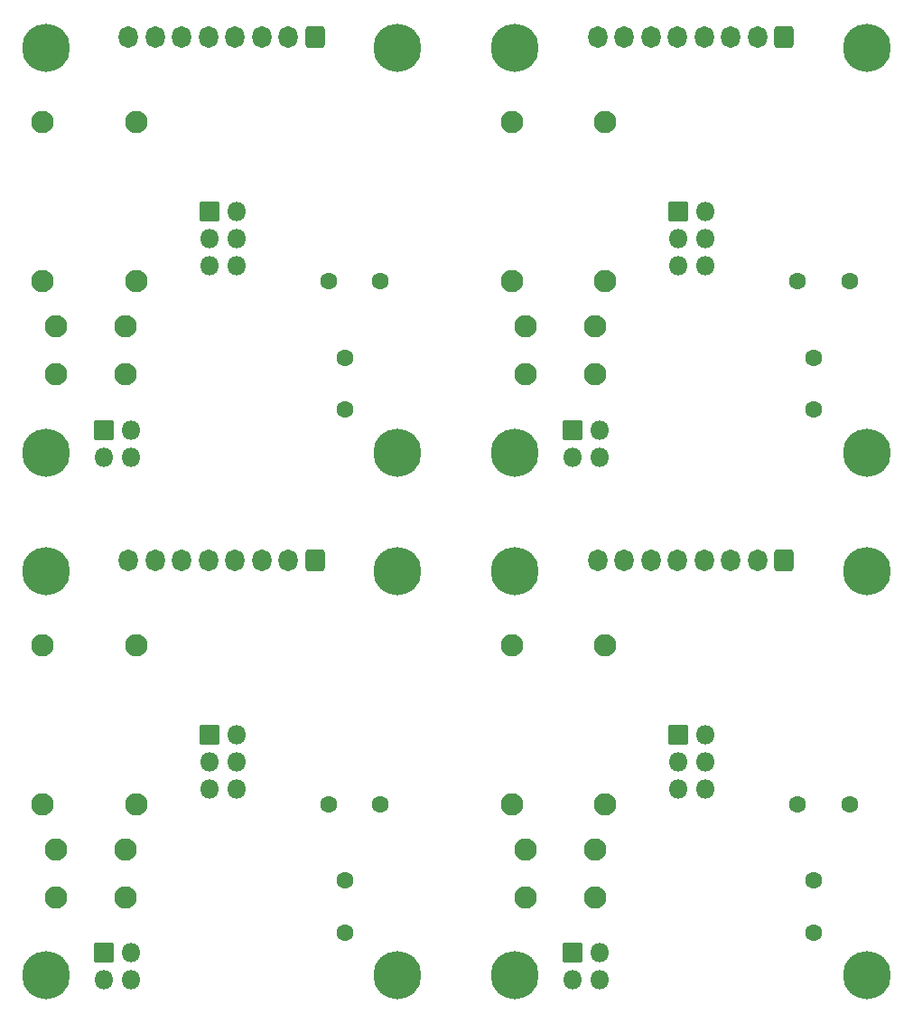
<source format=gbs>
%MOIN*%
%OFA0B0*%
%FSLAX46Y46*%
%IPPOS*%
%LPD*%
%AMRoundRect*
4,1,4,
0.07874015748031496,0.11811023622047245,
0.15748031496062992,0.19685039370078741,
0.23622047244094491,0.27559055118110237,
0.31496062992125984,0.35433070866141736,
0.07874015748031496,0.11811023622047245,
0*
1,1,$1,$2,$3*
1,1,$1,$2,$3*
1,1,$1,$2,$3*
1,1,$1,$2,$3*
20,1,$1,$2,$3,$4,$5,0*
20,1,$1,$2,$3,$4,$5,0*
20,1,$1,$2,$3,$4,$5,0*
20,1,$1,$2,$3,$4,$5,0*%
%AMCOMP2*
4,1,3,
0.023622047244094488,0.028543307086614175,
-0.023622047244094488,0.028543307086614175,
-0.023622047244094488,-0.028543307086614175,
0.023622047244094488,-0.028543307086614175,
0*
4,1,19,
0.023622047244094488,0.040393700787401579,
0.027284020287671622,0.039813701236411071,
0.030587533895276943,0.038130476980585006,
0.033209217138065322,0.035508793737796626,
0.034892441393891388,0.032205280130191312,
0.035472440944881896,0.028543307086614175,
0.034892441393891388,0.024881334043037044,
0.033209217138065322,0.021577820435431719,
0.03058753389527695,0.01895613719264334,
0.027284020287671622,0.017272912936817274,
0.023622047244094488,0.016692913385826774,
0.019960074200517354,0.017272912936817274,
0.016656560592912033,0.01895613719264334,
0.014034877350123653,0.021577820435431713,
0.012351653094297589,0.024881334043037041,
0.011771653543307087,0.028543307086614175,
0.012351653094297588,0.032205280130191305,
0.014034877350123653,0.035508793737796626,
0.016656560592912029,0.038130476980585006,
0.019960074200517354,0.039813701236411071,
0*
4,1,19,
-0.023622047244094488,0.040393700787401579,
-0.019960074200517354,0.039813701236411071,
-0.016656560592912029,0.038130476980585006,
-0.014034877350123653,0.035508793737796626,
-0.012351653094297589,0.032205280130191312,
-0.011771653543307087,0.028543307086614175,
-0.012351653094297588,0.024881334043037044,
-0.014034877350123653,0.021577820435431719,
-0.016656560592912029,0.01895613719264334,
-0.019960074200517354,0.017272912936817274,
-0.023622047244094488,0.016692913385826774,
-0.027284020287671622,0.017272912936817274,
-0.030587533895276943,0.01895613719264334,
-0.033209217138065322,0.021577820435431713,
-0.034892441393891388,0.024881334043037041,
-0.035472440944881896,0.028543307086614175,
-0.034892441393891388,0.032205280130191305,
-0.033209217138065322,0.035508793737796626,
-0.03058753389527695,0.038130476980585006,
-0.027284020287671622,0.039813701236411071,
0*
4,1,19,
-0.023622047244094488,-0.016692913385826774,
-0.019960074200517354,-0.017272912936817274,
-0.016656560592912029,-0.01895613719264334,
-0.014034877350123653,-0.021577820435431719,
-0.012351653094297589,-0.024881334043037041,
-0.011771653543307087,-0.028543307086614175,
-0.012351653094297588,-0.032205280130191305,
-0.014034877350123653,-0.035508793737796626,
-0.016656560592912029,-0.038130476980585006,
-0.019960074200517354,-0.039813701236411071,
-0.023622047244094488,-0.040393700787401579,
-0.027284020287671622,-0.039813701236411071,
-0.030587533895276943,-0.038130476980585006,
-0.033209217138065322,-0.035508793737796633,
-0.034892441393891388,-0.032205280130191312,
-0.035472440944881896,-0.028543307086614175,
-0.034892441393891388,-0.024881334043037044,
-0.033209217138065322,-0.021577820435431719,
-0.03058753389527695,-0.01895613719264334,
-0.027284020287671622,-0.017272912936817274,
0*
4,1,19,
0.023622047244094488,-0.016692913385826774,
0.027284020287671622,-0.017272912936817274,
0.030587533895276943,-0.01895613719264334,
0.033209217138065322,-0.021577820435431719,
0.034892441393891388,-0.024881334043037041,
0.035472440944881896,-0.028543307086614175,
0.034892441393891388,-0.032205280130191305,
0.033209217138065322,-0.035508793737796626,
0.03058753389527695,-0.038130476980585006,
0.027284020287671622,-0.039813701236411071,
0.023622047244094488,-0.040393700787401579,
0.019960074200517354,-0.039813701236411071,
0.016656560592912033,-0.038130476980585006,
0.014034877350123653,-0.035508793737796633,
0.012351653094297589,-0.032205280130191312,
0.011771653543307087,-0.028543307086614175,
0.012351653094297588,-0.024881334043037044,
0.014034877350123653,-0.021577820435431719,
0.016656560592912029,-0.01895613719264334,
0.019960074200517354,-0.017272912936817274,
0*
4,1,3,
0.023622047244094488,0.040393700787401579,
0.023622047244094488,0.016692913385826774,
-0.023622047244094488,0.016692913385826774,
-0.023622047244094488,0.040393700787401579,
0*
4,1,3,
-0.035472440944881896,0.028543307086614175,
-0.011771653543307087,0.028543307086614175,
-0.011771653543307087,-0.028543307086614175,
-0.035472440944881896,-0.028543307086614175,
0*
4,1,3,
-0.023622047244094488,-0.040393700787401579,
-0.023622047244094488,-0.016692913385826774,
0.023622047244094488,-0.016692913385826774,
0.023622047244094488,-0.040393700787401579,
0*
4,1,3,
0.035472440944881896,-0.028543307086614175,
0.011771653543307087,-0.028543307086614175,
0.011771653543307087,0.028543307086614175,
0.035472440944881896,0.028543307086614175,
0*%
%AMCOMP3*
4,1,3,
-0.033464566929133861,-0.033464566929133861,
0.033464566929133861,-0.033464566929133861,
0.033464566929133861,0.033464566929133861,
-0.033464566929133861,0.033464566929133861,
0*
4,1,19,
-0.033464566929133861,-0.031456692913385827,
-0.032844099735703847,-0.031554965262556973,
-0.0322843681942159,-0.031840162727829829,
-0.031840162727829829,-0.0322843681942159,
-0.031554965262556973,-0.032844099735703847,
-0.031456692913385827,-0.033464566929133861,
-0.031554965262556973,-0.034085034122563876,
-0.031840162727829829,-0.034644765664051815,
-0.0322843681942159,-0.035088971130437886,
-0.032844099735703847,-0.035374168595710742,
-0.033464566929133861,-0.035472440944881896,
-0.034085034122563876,-0.035374168595710742,
-0.034644765664051815,-0.035088971130437886,
-0.035088971130437886,-0.034644765664051815,
-0.035374168595710742,-0.034085034122563876,
-0.035472440944881896,-0.033464566929133861,
-0.035374168595710742,-0.032844099735703847,
-0.035088971130437886,-0.0322843681942159,
-0.034644765664051815,-0.031840162727829829,
-0.034085034122563876,-0.031554965262556973,
0*
4,1,19,
0.033464566929133861,-0.031456692913385827,
0.034085034122563876,-0.031554965262556973,
0.034644765664051815,-0.031840162727829829,
0.035088971130437886,-0.0322843681942159,
0.035374168595710742,-0.032844099735703847,
0.035472440944881896,-0.033464566929133861,
0.035374168595710742,-0.034085034122563876,
0.035088971130437886,-0.034644765664051815,
0.034644765664051815,-0.035088971130437886,
0.034085034122563876,-0.035374168595710742,
0.033464566929133861,-0.035472440944881896,
0.032844099735703847,-0.035374168595710742,
0.0322843681942159,-0.035088971130437886,
0.031840162727829829,-0.034644765664051815,
0.031554965262556973,-0.034085034122563876,
0.031456692913385827,-0.033464566929133861,
0.031554965262556973,-0.032844099735703847,
0.031840162727829829,-0.0322843681942159,
0.0322843681942159,-0.031840162727829829,
0.032844099735703847,-0.031554965262556973,
0*
4,1,19,
0.033464566929133861,0.035472440944881896,
0.034085034122563876,0.035374168595710742,
0.034644765664051815,0.035088971130437886,
0.035088971130437886,0.034644765664051815,
0.035374168595710742,0.034085034122563876,
0.035472440944881896,0.033464566929133861,
0.035374168595710742,0.032844099735703847,
0.035088971130437886,0.0322843681942159,
0.034644765664051815,0.031840162727829829,
0.034085034122563876,0.031554965262556973,
0.033464566929133861,0.031456692913385827,
0.032844099735703847,0.031554965262556973,
0.0322843681942159,0.031840162727829829,
0.031840162727829829,0.0322843681942159,
0.031554965262556973,0.032844099735703847,
0.031456692913385827,0.033464566929133861,
0.031554965262556973,0.034085034122563876,
0.031840162727829829,0.034644765664051815,
0.0322843681942159,0.035088971130437886,
0.032844099735703847,0.035374168595710742,
0*
4,1,19,
-0.033464566929133861,0.035472440944881896,
-0.032844099735703847,0.035374168595710742,
-0.0322843681942159,0.035088971130437886,
-0.031840162727829829,0.034644765664051815,
-0.031554965262556973,0.034085034122563876,
-0.031456692913385827,0.033464566929133861,
-0.031554965262556973,0.032844099735703847,
-0.031840162727829829,0.0322843681942159,
-0.0322843681942159,0.031840162727829829,
-0.032844099735703847,0.031554965262556973,
-0.033464566929133861,0.031456692913385827,
-0.034085034122563876,0.031554965262556973,
-0.034644765664051815,0.031840162727829829,
-0.035088971130437886,0.0322843681942159,
-0.035374168595710742,0.032844099735703847,
-0.035472440944881896,0.033464566929133861,
-0.035374168595710742,0.034085034122563876,
-0.035088971130437886,0.034644765664051815,
-0.034644765664051815,0.035088971130437886,
-0.034085034122563876,0.035374168595710742,
0*
4,1,3,
-0.033464566929133861,-0.035472440944881896,
-0.033464566929133861,-0.031456692913385827,
0.033464566929133861,-0.031456692913385827,
0.033464566929133861,-0.035472440944881896,
0*
4,1,3,
0.035472440944881896,-0.033464566929133861,
0.031456692913385827,-0.033464566929133861,
0.031456692913385827,0.033464566929133861,
0.035472440944881896,0.033464566929133861,
0*
4,1,3,
0.033464566929133861,0.035472440944881896,
0.033464566929133861,0.031456692913385827,
-0.033464566929133861,0.031456692913385827,
-0.033464566929133861,0.035472440944881896,
0*
4,1,3,
-0.035472440944881896,0.033464566929133861,
-0.031456692913385827,0.033464566929133861,
-0.031456692913385827,-0.033464566929133861,
-0.035472440944881896,-0.033464566929133861,
0*%
%AMRoundRect0*
4,1,4,
0.07874015748031496,0.11811023622047245,
0.15748031496062992,0.19685039370078741,
0.23622047244094491,0.27559055118110237,
0.31496062992125984,0.35433070866141736,
0.07874015748031496,0.11811023622047245,
0*
1,1,$1,$2,$3*
1,1,$1,$2,$3*
1,1,$1,$2,$3*
1,1,$1,$2,$3*
20,1,$1,$2,$3,$4,$5,0*
20,1,$1,$2,$3,$4,$5,0*
20,1,$1,$2,$3,$4,$5,0*
20,1,$1,$2,$3,$4,$5,0*%
%AMCOMP490*
4,1,3,
0.023622047244094488,0.028543307086614175,
-0.023622047244094488,0.028543307086614175,
-0.023622047244094488,-0.028543307086614175,
0.023622047244094488,-0.028543307086614175,
0*
4,1,19,
0.023622047244094488,0.040393700787401579,
0.027284020287671622,0.039813701236411071,
0.030587533895276943,0.038130476980585006,
0.033209217138065322,0.035508793737796626,
0.034892441393891388,0.032205280130191312,
0.035472440944881896,0.028543307086614175,
0.034892441393891388,0.024881334043037044,
0.033209217138065322,0.021577820435431719,
0.03058753389527695,0.01895613719264334,
0.027284020287671622,0.017272912936817274,
0.023622047244094488,0.016692913385826774,
0.019960074200517354,0.017272912936817274,
0.016656560592912033,0.01895613719264334,
0.014034877350123653,0.021577820435431713,
0.012351653094297589,0.024881334043037041,
0.011771653543307087,0.028543307086614175,
0.012351653094297588,0.032205280130191305,
0.014034877350123653,0.035508793737796626,
0.016656560592912029,0.038130476980585006,
0.019960074200517354,0.039813701236411071,
0*
4,1,19,
-0.023622047244094488,0.040393700787401579,
-0.019960074200517354,0.039813701236411071,
-0.016656560592912029,0.038130476980585006,
-0.014034877350123653,0.035508793737796626,
-0.012351653094297589,0.032205280130191312,
-0.011771653543307087,0.028543307086614175,
-0.012351653094297588,0.024881334043037044,
-0.014034877350123653,0.021577820435431719,
-0.016656560592912029,0.01895613719264334,
-0.019960074200517354,0.017272912936817274,
-0.023622047244094488,0.016692913385826774,
-0.027284020287671622,0.017272912936817274,
-0.030587533895276943,0.01895613719264334,
-0.033209217138065322,0.021577820435431713,
-0.034892441393891388,0.024881334043037041,
-0.035472440944881896,0.028543307086614175,
-0.034892441393891388,0.032205280130191305,
-0.033209217138065322,0.035508793737796626,
-0.03058753389527695,0.038130476980585006,
-0.027284020287671622,0.039813701236411071,
0*
4,1,19,
-0.023622047244094488,-0.016692913385826774,
-0.019960074200517354,-0.017272912936817274,
-0.016656560592912029,-0.01895613719264334,
-0.014034877350123653,-0.021577820435431719,
-0.012351653094297589,-0.024881334043037041,
-0.011771653543307087,-0.028543307086614175,
-0.012351653094297588,-0.032205280130191305,
-0.014034877350123653,-0.035508793737796626,
-0.016656560592912029,-0.038130476980585006,
-0.019960074200517354,-0.039813701236411071,
-0.023622047244094488,-0.040393700787401579,
-0.027284020287671622,-0.039813701236411071,
-0.030587533895276943,-0.038130476980585006,
-0.033209217138065322,-0.035508793737796633,
-0.034892441393891388,-0.032205280130191312,
-0.035472440944881896,-0.028543307086614175,
-0.034892441393891388,-0.024881334043037044,
-0.033209217138065322,-0.021577820435431719,
-0.03058753389527695,-0.01895613719264334,
-0.027284020287671622,-0.017272912936817274,
0*
4,1,19,
0.023622047244094488,-0.016692913385826774,
0.027284020287671622,-0.017272912936817274,
0.030587533895276943,-0.01895613719264334,
0.033209217138065322,-0.021577820435431719,
0.034892441393891388,-0.024881334043037041,
0.035472440944881896,-0.028543307086614175,
0.034892441393891388,-0.032205280130191305,
0.033209217138065322,-0.035508793737796626,
0.03058753389527695,-0.038130476980585006,
0.027284020287671622,-0.039813701236411071,
0.023622047244094488,-0.040393700787401579,
0.019960074200517354,-0.039813701236411071,
0.016656560592912033,-0.038130476980585006,
0.014034877350123653,-0.035508793737796633,
0.012351653094297589,-0.032205280130191312,
0.011771653543307087,-0.028543307086614175,
0.012351653094297588,-0.024881334043037044,
0.014034877350123653,-0.021577820435431719,
0.016656560592912029,-0.01895613719264334,
0.019960074200517354,-0.017272912936817274,
0*
4,1,3,
0.023622047244094488,0.040393700787401579,
0.023622047244094488,0.016692913385826774,
-0.023622047244094488,0.016692913385826774,
-0.023622047244094488,0.040393700787401579,
0*
4,1,3,
-0.035472440944881896,0.028543307086614175,
-0.011771653543307087,0.028543307086614175,
-0.011771653543307087,-0.028543307086614175,
-0.035472440944881896,-0.028543307086614175,
0*
4,1,3,
-0.023622047244094488,-0.040393700787401579,
-0.023622047244094488,-0.016692913385826774,
0.023622047244094488,-0.016692913385826774,
0.023622047244094488,-0.040393700787401579,
0*
4,1,3,
0.035472440944881896,-0.028543307086614175,
0.011771653543307087,-0.028543307086614175,
0.011771653543307087,0.028543307086614175,
0.035472440944881896,0.028543307086614175,
0*%
%AMCOMP500*
4,1,3,
-0.033464566929133861,-0.033464566929133861,
0.033464566929133861,-0.033464566929133861,
0.033464566929133861,0.033464566929133861,
-0.033464566929133861,0.033464566929133861,
0*
4,1,19,
-0.033464566929133861,-0.031456692913385827,
-0.032844099735703847,-0.031554965262556973,
-0.0322843681942159,-0.031840162727829829,
-0.031840162727829829,-0.0322843681942159,
-0.031554965262556973,-0.032844099735703847,
-0.031456692913385827,-0.033464566929133861,
-0.031554965262556973,-0.034085034122563876,
-0.031840162727829829,-0.034644765664051815,
-0.0322843681942159,-0.035088971130437886,
-0.032844099735703847,-0.035374168595710742,
-0.033464566929133861,-0.035472440944881896,
-0.034085034122563876,-0.035374168595710742,
-0.034644765664051815,-0.035088971130437886,
-0.035088971130437886,-0.034644765664051815,
-0.035374168595710742,-0.034085034122563876,
-0.035472440944881896,-0.033464566929133861,
-0.035374168595710742,-0.032844099735703847,
-0.035088971130437886,-0.0322843681942159,
-0.034644765664051815,-0.031840162727829829,
-0.034085034122563876,-0.031554965262556973,
0*
4,1,19,
0.033464566929133861,-0.031456692913385827,
0.034085034122563876,-0.031554965262556973,
0.034644765664051815,-0.031840162727829829,
0.035088971130437886,-0.0322843681942159,
0.035374168595710742,-0.032844099735703847,
0.035472440944881896,-0.033464566929133861,
0.035374168595710742,-0.034085034122563876,
0.035088971130437886,-0.034644765664051815,
0.034644765664051815,-0.035088971130437886,
0.034085034122563876,-0.035374168595710742,
0.033464566929133861,-0.035472440944881896,
0.032844099735703847,-0.035374168595710742,
0.0322843681942159,-0.035088971130437886,
0.031840162727829829,-0.034644765664051815,
0.031554965262556973,-0.034085034122563876,
0.031456692913385827,-0.033464566929133861,
0.031554965262556973,-0.032844099735703847,
0.031840162727829829,-0.0322843681942159,
0.0322843681942159,-0.031840162727829829,
0.032844099735703847,-0.031554965262556973,
0*
4,1,19,
0.033464566929133861,0.035472440944881896,
0.034085034122563876,0.035374168595710742,
0.034644765664051815,0.035088971130437886,
0.035088971130437886,0.034644765664051815,
0.035374168595710742,0.034085034122563876,
0.035472440944881896,0.033464566929133861,
0.035374168595710742,0.032844099735703847,
0.035088971130437886,0.0322843681942159,
0.034644765664051815,0.031840162727829829,
0.034085034122563876,0.031554965262556973,
0.033464566929133861,0.031456692913385827,
0.032844099735703847,0.031554965262556973,
0.0322843681942159,0.031840162727829829,
0.031840162727829829,0.0322843681942159,
0.031554965262556973,0.032844099735703847,
0.031456692913385827,0.033464566929133861,
0.031554965262556973,0.034085034122563876,
0.031840162727829829,0.034644765664051815,
0.0322843681942159,0.035088971130437886,
0.032844099735703847,0.035374168595710742,
0*
4,1,19,
-0.033464566929133861,0.035472440944881896,
-0.032844099735703847,0.035374168595710742,
-0.0322843681942159,0.035088971130437886,
-0.031840162727829829,0.034644765664051815,
-0.031554965262556973,0.034085034122563876,
-0.031456692913385827,0.033464566929133861,
-0.031554965262556973,0.032844099735703847,
-0.031840162727829829,0.0322843681942159,
-0.0322843681942159,0.031840162727829829,
-0.032844099735703847,0.031554965262556973,
-0.033464566929133861,0.031456692913385827,
-0.034085034122563876,0.031554965262556973,
-0.034644765664051815,0.031840162727829829,
-0.035088971130437886,0.0322843681942159,
-0.035374168595710742,0.032844099735703847,
-0.035472440944881896,0.033464566929133861,
-0.035374168595710742,0.034085034122563876,
-0.035088971130437886,0.034644765664051815,
-0.034644765664051815,0.035088971130437886,
-0.034085034122563876,0.035374168595710742,
0*
4,1,3,
-0.033464566929133861,-0.035472440944881896,
-0.033464566929133861,-0.031456692913385827,
0.033464566929133861,-0.031456692913385827,
0.033464566929133861,-0.035472440944881896,
0*
4,1,3,
0.035472440944881896,-0.033464566929133861,
0.031456692913385827,-0.033464566929133861,
0.031456692913385827,0.033464566929133861,
0.035472440944881896,0.033464566929133861,
0*
4,1,3,
0.033464566929133861,0.035472440944881896,
0.033464566929133861,0.031456692913385827,
-0.033464566929133861,0.031456692913385827,
-0.033464566929133861,0.035472440944881896,
0*
4,1,3,
-0.035472440944881896,0.033464566929133861,
-0.031456692913385827,0.033464566929133861,
-0.031456692913385827,-0.033464566929133861,
-0.035472440944881896,-0.033464566929133861,
0*%
%AMRoundRect1*
4,1,4,
0.07874015748031496,0.11811023622047245,
0.15748031496062992,0.19685039370078741,
0.23622047244094491,0.27559055118110237,
0.31496062992125984,0.35433070866141736,
0.07874015748031496,0.11811023622047245,
0*
1,1,$1,$2,$3*
1,1,$1,$2,$3*
1,1,$1,$2,$3*
1,1,$1,$2,$3*
20,1,$1,$2,$3,$4,$5,0*
20,1,$1,$2,$3,$4,$5,0*
20,1,$1,$2,$3,$4,$5,0*
20,1,$1,$2,$3,$4,$5,0*%
%AMCOMP960*
4,1,3,
0.023622047244094488,0.028543307086614175,
-0.023622047244094488,0.028543307086614175,
-0.023622047244094488,-0.028543307086614175,
0.023622047244094488,-0.028543307086614175,
0*
4,1,19,
0.023622047244094488,0.040393700787401579,
0.027284020287671622,0.039813701236411071,
0.030587533895276943,0.038130476980585006,
0.033209217138065322,0.035508793737796626,
0.034892441393891388,0.032205280130191312,
0.035472440944881896,0.028543307086614175,
0.034892441393891388,0.024881334043037044,
0.033209217138065322,0.021577820435431719,
0.03058753389527695,0.01895613719264334,
0.027284020287671622,0.017272912936817274,
0.023622047244094488,0.016692913385826774,
0.019960074200517354,0.017272912936817274,
0.016656560592912033,0.01895613719264334,
0.014034877350123653,0.021577820435431713,
0.012351653094297589,0.024881334043037041,
0.011771653543307087,0.028543307086614175,
0.012351653094297588,0.032205280130191305,
0.014034877350123653,0.035508793737796626,
0.016656560592912029,0.038130476980585006,
0.019960074200517354,0.039813701236411071,
0*
4,1,19,
-0.023622047244094488,0.040393700787401579,
-0.019960074200517354,0.039813701236411071,
-0.016656560592912029,0.038130476980585006,
-0.014034877350123653,0.035508793737796626,
-0.012351653094297589,0.032205280130191312,
-0.011771653543307087,0.028543307086614175,
-0.012351653094297588,0.024881334043037044,
-0.014034877350123653,0.021577820435431719,
-0.016656560592912029,0.01895613719264334,
-0.019960074200517354,0.017272912936817274,
-0.023622047244094488,0.016692913385826774,
-0.027284020287671622,0.017272912936817274,
-0.030587533895276943,0.01895613719264334,
-0.033209217138065322,0.021577820435431713,
-0.034892441393891388,0.024881334043037041,
-0.035472440944881896,0.028543307086614175,
-0.034892441393891388,0.032205280130191305,
-0.033209217138065322,0.035508793737796626,
-0.03058753389527695,0.038130476980585006,
-0.027284020287671622,0.039813701236411071,
0*
4,1,19,
-0.023622047244094488,-0.016692913385826774,
-0.019960074200517354,-0.017272912936817274,
-0.016656560592912029,-0.01895613719264334,
-0.014034877350123653,-0.021577820435431719,
-0.012351653094297589,-0.024881334043037041,
-0.011771653543307087,-0.028543307086614175,
-0.012351653094297588,-0.032205280130191305,
-0.014034877350123653,-0.035508793737796626,
-0.016656560592912029,-0.038130476980585006,
-0.019960074200517354,-0.039813701236411071,
-0.023622047244094488,-0.040393700787401579,
-0.027284020287671622,-0.039813701236411071,
-0.030587533895276943,-0.038130476980585006,
-0.033209217138065322,-0.035508793737796633,
-0.034892441393891388,-0.032205280130191312,
-0.035472440944881896,-0.028543307086614175,
-0.034892441393891388,-0.024881334043037044,
-0.033209217138065322,-0.021577820435431719,
-0.03058753389527695,-0.01895613719264334,
-0.027284020287671622,-0.017272912936817274,
0*
4,1,19,
0.023622047244094488,-0.016692913385826774,
0.027284020287671622,-0.017272912936817274,
0.030587533895276943,-0.01895613719264334,
0.033209217138065322,-0.021577820435431719,
0.034892441393891388,-0.024881334043037041,
0.035472440944881896,-0.028543307086614175,
0.034892441393891388,-0.032205280130191305,
0.033209217138065322,-0.035508793737796626,
0.03058753389527695,-0.038130476980585006,
0.027284020287671622,-0.039813701236411071,
0.023622047244094488,-0.040393700787401579,
0.019960074200517354,-0.039813701236411071,
0.016656560592912033,-0.038130476980585006,
0.014034877350123653,-0.035508793737796633,
0.012351653094297589,-0.032205280130191312,
0.011771653543307087,-0.028543307086614175,
0.012351653094297588,-0.024881334043037044,
0.014034877350123653,-0.021577820435431719,
0.016656560592912029,-0.01895613719264334,
0.019960074200517354,-0.017272912936817274,
0*
4,1,3,
0.023622047244094488,0.040393700787401579,
0.023622047244094488,0.016692913385826774,
-0.023622047244094488,0.016692913385826774,
-0.023622047244094488,0.040393700787401579,
0*
4,1,3,
-0.035472440944881896,0.028543307086614175,
-0.011771653543307087,0.028543307086614175,
-0.011771653543307087,-0.028543307086614175,
-0.035472440944881896,-0.028543307086614175,
0*
4,1,3,
-0.023622047244094488,-0.040393700787401579,
-0.023622047244094488,-0.016692913385826774,
0.023622047244094488,-0.016692913385826774,
0.023622047244094488,-0.040393700787401579,
0*
4,1,3,
0.035472440944881896,-0.028543307086614175,
0.011771653543307087,-0.028543307086614175,
0.011771653543307087,0.028543307086614175,
0.035472440944881896,0.028543307086614175,
0*%
%AMCOMP970*
4,1,3,
-0.033464566929133861,-0.033464566929133861,
0.033464566929133861,-0.033464566929133861,
0.033464566929133861,0.033464566929133861,
-0.033464566929133861,0.033464566929133861,
0*
4,1,19,
-0.033464566929133861,-0.031456692913385827,
-0.032844099735703847,-0.031554965262556973,
-0.0322843681942159,-0.031840162727829829,
-0.031840162727829829,-0.0322843681942159,
-0.031554965262556973,-0.032844099735703847,
-0.031456692913385827,-0.033464566929133861,
-0.031554965262556973,-0.034085034122563876,
-0.031840162727829829,-0.034644765664051815,
-0.0322843681942159,-0.035088971130437886,
-0.032844099735703847,-0.035374168595710742,
-0.033464566929133861,-0.035472440944881896,
-0.034085034122563876,-0.035374168595710742,
-0.034644765664051815,-0.035088971130437886,
-0.035088971130437886,-0.034644765664051815,
-0.035374168595710742,-0.034085034122563876,
-0.035472440944881896,-0.033464566929133861,
-0.035374168595710742,-0.032844099735703847,
-0.035088971130437886,-0.0322843681942159,
-0.034644765664051815,-0.031840162727829829,
-0.034085034122563876,-0.031554965262556973,
0*
4,1,19,
0.033464566929133861,-0.031456692913385827,
0.034085034122563876,-0.031554965262556973,
0.034644765664051815,-0.031840162727829829,
0.035088971130437886,-0.0322843681942159,
0.035374168595710742,-0.032844099735703847,
0.035472440944881896,-0.033464566929133861,
0.035374168595710742,-0.034085034122563876,
0.035088971130437886,-0.034644765664051815,
0.034644765664051815,-0.035088971130437886,
0.034085034122563876,-0.035374168595710742,
0.033464566929133861,-0.035472440944881896,
0.032844099735703847,-0.035374168595710742,
0.0322843681942159,-0.035088971130437886,
0.031840162727829829,-0.034644765664051815,
0.031554965262556973,-0.034085034122563876,
0.031456692913385827,-0.033464566929133861,
0.031554965262556973,-0.032844099735703847,
0.031840162727829829,-0.0322843681942159,
0.0322843681942159,-0.031840162727829829,
0.032844099735703847,-0.031554965262556973,
0*
4,1,19,
0.033464566929133861,0.035472440944881896,
0.034085034122563876,0.035374168595710742,
0.034644765664051815,0.035088971130437886,
0.035088971130437886,0.034644765664051815,
0.035374168595710742,0.034085034122563876,
0.035472440944881896,0.033464566929133861,
0.035374168595710742,0.032844099735703847,
0.035088971130437886,0.0322843681942159,
0.034644765664051815,0.031840162727829829,
0.034085034122563876,0.031554965262556973,
0.033464566929133861,0.031456692913385827,
0.032844099735703847,0.031554965262556973,
0.0322843681942159,0.031840162727829829,
0.031840162727829829,0.0322843681942159,
0.031554965262556973,0.032844099735703847,
0.031456692913385827,0.033464566929133861,
0.031554965262556973,0.034085034122563876,
0.031840162727829829,0.034644765664051815,
0.0322843681942159,0.035088971130437886,
0.032844099735703847,0.035374168595710742,
0*
4,1,19,
-0.033464566929133861,0.035472440944881896,
-0.032844099735703847,0.035374168595710742,
-0.0322843681942159,0.035088971130437886,
-0.031840162727829829,0.034644765664051815,
-0.031554965262556973,0.034085034122563876,
-0.031456692913385827,0.033464566929133861,
-0.031554965262556973,0.032844099735703847,
-0.031840162727829829,0.0322843681942159,
-0.0322843681942159,0.031840162727829829,
-0.032844099735703847,0.031554965262556973,
-0.033464566929133861,0.031456692913385827,
-0.034085034122563876,0.031554965262556973,
-0.034644765664051815,0.031840162727829829,
-0.035088971130437886,0.0322843681942159,
-0.035374168595710742,0.032844099735703847,
-0.035472440944881896,0.033464566929133861,
-0.035374168595710742,0.034085034122563876,
-0.035088971130437886,0.034644765664051815,
-0.034644765664051815,0.035088971130437886,
-0.034085034122563876,0.035374168595710742,
0*
4,1,3,
-0.033464566929133861,-0.035472440944881896,
-0.033464566929133861,-0.031456692913385827,
0.033464566929133861,-0.031456692913385827,
0.033464566929133861,-0.035472440944881896,
0*
4,1,3,
0.035472440944881896,-0.033464566929133861,
0.031456692913385827,-0.033464566929133861,
0.031456692913385827,0.033464566929133861,
0.035472440944881896,0.033464566929133861,
0*
4,1,3,
0.033464566929133861,0.035472440944881896,
0.033464566929133861,0.031456692913385827,
-0.033464566929133861,0.031456692913385827,
-0.033464566929133861,0.035472440944881896,
0*
4,1,3,
-0.035472440944881896,0.033464566929133861,
-0.031456692913385827,0.033464566929133861,
-0.031456692913385827,-0.033464566929133861,
-0.035472440944881896,-0.033464566929133861,
0*%
%AMRoundRect0*
4,1,4,
0.07874015748031496,0.11811023622047245,
0.15748031496062992,0.19685039370078741,
0.23622047244094491,0.27559055118110237,
0.31496062992125984,0.35433070866141736,
0.07874015748031496,0.11811023622047245,
0*
1,1,$1,$2,$3*
1,1,$1,$2,$3*
1,1,$1,$2,$3*
1,1,$1,$2,$3*
20,1,$1,$2,$3,$4,$5,0*
20,1,$1,$2,$3,$4,$5,0*
20,1,$1,$2,$3,$4,$5,0*
20,1,$1,$2,$3,$4,$5,0*%
%AMCOMP1430*
4,1,3,
0.023622047244094488,0.028543307086614175,
-0.023622047244094488,0.028543307086614175,
-0.023622047244094488,-0.028543307086614175,
0.023622047244094488,-0.028543307086614175,
0*
4,1,19,
0.023622047244094488,0.040393700787401579,
0.027284020287671622,0.039813701236411071,
0.030587533895276943,0.038130476980585006,
0.033209217138065322,0.035508793737796626,
0.034892441393891388,0.032205280130191312,
0.035472440944881896,0.028543307086614175,
0.034892441393891388,0.024881334043037044,
0.033209217138065322,0.021577820435431719,
0.03058753389527695,0.01895613719264334,
0.027284020287671622,0.017272912936817274,
0.023622047244094488,0.016692913385826774,
0.019960074200517354,0.017272912936817274,
0.016656560592912033,0.01895613719264334,
0.014034877350123653,0.021577820435431713,
0.012351653094297589,0.024881334043037041,
0.011771653543307087,0.028543307086614175,
0.012351653094297588,0.032205280130191305,
0.014034877350123653,0.035508793737796626,
0.016656560592912029,0.038130476980585006,
0.019960074200517354,0.039813701236411071,
0*
4,1,19,
-0.023622047244094488,0.040393700787401579,
-0.019960074200517354,0.039813701236411071,
-0.016656560592912029,0.038130476980585006,
-0.014034877350123653,0.035508793737796626,
-0.012351653094297589,0.032205280130191312,
-0.011771653543307087,0.028543307086614175,
-0.012351653094297588,0.024881334043037044,
-0.014034877350123653,0.021577820435431719,
-0.016656560592912029,0.01895613719264334,
-0.019960074200517354,0.017272912936817274,
-0.023622047244094488,0.016692913385826774,
-0.027284020287671622,0.017272912936817274,
-0.030587533895276943,0.01895613719264334,
-0.033209217138065322,0.021577820435431713,
-0.034892441393891388,0.024881334043037041,
-0.035472440944881896,0.028543307086614175,
-0.034892441393891388,0.032205280130191305,
-0.033209217138065322,0.035508793737796626,
-0.03058753389527695,0.038130476980585006,
-0.027284020287671622,0.039813701236411071,
0*
4,1,19,
-0.023622047244094488,-0.016692913385826774,
-0.019960074200517354,-0.017272912936817274,
-0.016656560592912029,-0.01895613719264334,
-0.014034877350123653,-0.021577820435431719,
-0.012351653094297589,-0.024881334043037041,
-0.011771653543307087,-0.028543307086614175,
-0.012351653094297588,-0.032205280130191305,
-0.014034877350123653,-0.035508793737796626,
-0.016656560592912029,-0.038130476980585006,
-0.019960074200517354,-0.039813701236411071,
-0.023622047244094488,-0.040393700787401579,
-0.027284020287671622,-0.039813701236411071,
-0.030587533895276943,-0.038130476980585006,
-0.033209217138065322,-0.035508793737796633,
-0.034892441393891388,-0.032205280130191312,
-0.035472440944881896,-0.028543307086614175,
-0.034892441393891388,-0.024881334043037044,
-0.033209217138065322,-0.021577820435431719,
-0.03058753389527695,-0.01895613719264334,
-0.027284020287671622,-0.017272912936817274,
0*
4,1,19,
0.023622047244094488,-0.016692913385826774,
0.027284020287671622,-0.017272912936817274,
0.030587533895276943,-0.01895613719264334,
0.033209217138065322,-0.021577820435431719,
0.034892441393891388,-0.024881334043037041,
0.035472440944881896,-0.028543307086614175,
0.034892441393891388,-0.032205280130191305,
0.033209217138065322,-0.035508793737796626,
0.03058753389527695,-0.038130476980585006,
0.027284020287671622,-0.039813701236411071,
0.023622047244094488,-0.040393700787401579,
0.019960074200517354,-0.039813701236411071,
0.016656560592912033,-0.038130476980585006,
0.014034877350123653,-0.035508793737796633,
0.012351653094297589,-0.032205280130191312,
0.011771653543307087,-0.028543307086614175,
0.012351653094297588,-0.024881334043037044,
0.014034877350123653,-0.021577820435431719,
0.016656560592912029,-0.01895613719264334,
0.019960074200517354,-0.017272912936817274,
0*
4,1,3,
0.023622047244094488,0.040393700787401579,
0.023622047244094488,0.016692913385826774,
-0.023622047244094488,0.016692913385826774,
-0.023622047244094488,0.040393700787401579,
0*
4,1,3,
-0.035472440944881896,0.028543307086614175,
-0.011771653543307087,0.028543307086614175,
-0.011771653543307087,-0.028543307086614175,
-0.035472440944881896,-0.028543307086614175,
0*
4,1,3,
-0.023622047244094488,-0.040393700787401579,
-0.023622047244094488,-0.016692913385826774,
0.023622047244094488,-0.016692913385826774,
0.023622047244094488,-0.040393700787401579,
0*
4,1,3,
0.035472440944881896,-0.028543307086614175,
0.011771653543307087,-0.028543307086614175,
0.011771653543307087,0.028543307086614175,
0.035472440944881896,0.028543307086614175,
0*%
%AMCOMP1440*
4,1,3,
-0.033464566929133861,-0.033464566929133861,
0.033464566929133861,-0.033464566929133861,
0.033464566929133861,0.033464566929133861,
-0.033464566929133861,0.033464566929133861,
0*
4,1,19,
-0.033464566929133861,-0.031456692913385827,
-0.032844099735703847,-0.031554965262556973,
-0.0322843681942159,-0.031840162727829829,
-0.031840162727829829,-0.0322843681942159,
-0.031554965262556973,-0.032844099735703847,
-0.031456692913385827,-0.033464566929133861,
-0.031554965262556973,-0.034085034122563876,
-0.031840162727829829,-0.034644765664051815,
-0.0322843681942159,-0.035088971130437886,
-0.032844099735703847,-0.035374168595710742,
-0.033464566929133861,-0.035472440944881896,
-0.034085034122563876,-0.035374168595710742,
-0.034644765664051815,-0.035088971130437886,
-0.035088971130437886,-0.034644765664051815,
-0.035374168595710742,-0.034085034122563876,
-0.035472440944881896,-0.033464566929133861,
-0.035374168595710742,-0.032844099735703847,
-0.035088971130437886,-0.0322843681942159,
-0.034644765664051815,-0.031840162727829829,
-0.034085034122563876,-0.031554965262556973,
0*
4,1,19,
0.033464566929133861,-0.031456692913385827,
0.034085034122563876,-0.031554965262556973,
0.034644765664051815,-0.031840162727829829,
0.035088971130437886,-0.0322843681942159,
0.035374168595710742,-0.032844099735703847,
0.035472440944881896,-0.033464566929133861,
0.035374168595710742,-0.034085034122563876,
0.035088971130437886,-0.034644765664051815,
0.034644765664051815,-0.035088971130437886,
0.034085034122563876,-0.035374168595710742,
0.033464566929133861,-0.035472440944881896,
0.032844099735703847,-0.035374168595710742,
0.0322843681942159,-0.035088971130437886,
0.031840162727829829,-0.034644765664051815,
0.031554965262556973,-0.034085034122563876,
0.031456692913385827,-0.033464566929133861,
0.031554965262556973,-0.032844099735703847,
0.031840162727829829,-0.0322843681942159,
0.0322843681942159,-0.031840162727829829,
0.032844099735703847,-0.031554965262556973,
0*
4,1,19,
0.033464566929133861,0.035472440944881896,
0.034085034122563876,0.035374168595710742,
0.034644765664051815,0.035088971130437886,
0.035088971130437886,0.034644765664051815,
0.035374168595710742,0.034085034122563876,
0.035472440944881896,0.033464566929133861,
0.035374168595710742,0.032844099735703847,
0.035088971130437886,0.0322843681942159,
0.034644765664051815,0.031840162727829829,
0.034085034122563876,0.031554965262556973,
0.033464566929133861,0.031456692913385827,
0.032844099735703847,0.031554965262556973,
0.0322843681942159,0.031840162727829829,
0.031840162727829829,0.0322843681942159,
0.031554965262556973,0.032844099735703847,
0.031456692913385827,0.033464566929133861,
0.031554965262556973,0.034085034122563876,
0.031840162727829829,0.034644765664051815,
0.0322843681942159,0.035088971130437886,
0.032844099735703847,0.035374168595710742,
0*
4,1,19,
-0.033464566929133861,0.035472440944881896,
-0.032844099735703847,0.035374168595710742,
-0.0322843681942159,0.035088971130437886,
-0.031840162727829829,0.034644765664051815,
-0.031554965262556973,0.034085034122563876,
-0.031456692913385827,0.033464566929133861,
-0.031554965262556973,0.032844099735703847,
-0.031840162727829829,0.0322843681942159,
-0.0322843681942159,0.031840162727829829,
-0.032844099735703847,0.031554965262556973,
-0.033464566929133861,0.031456692913385827,
-0.034085034122563876,0.031554965262556973,
-0.034644765664051815,0.031840162727829829,
-0.035088971130437886,0.0322843681942159,
-0.035374168595710742,0.032844099735703847,
-0.035472440944881896,0.033464566929133861,
-0.035374168595710742,0.034085034122563876,
-0.035088971130437886,0.034644765664051815,
-0.034644765664051815,0.035088971130437886,
-0.034085034122563876,0.035374168595710742,
0*
4,1,3,
-0.033464566929133861,-0.035472440944881896,
-0.033464566929133861,-0.031456692913385827,
0.033464566929133861,-0.031456692913385827,
0.033464566929133861,-0.035472440944881896,
0*
4,1,3,
0.035472440944881896,-0.033464566929133861,
0.031456692913385827,-0.033464566929133861,
0.031456692913385827,0.033464566929133861,
0.035472440944881896,0.033464566929133861,
0*
4,1,3,
0.033464566929133861,0.035472440944881896,
0.033464566929133861,0.031456692913385827,
-0.033464566929133861,0.031456692913385827,
-0.033464566929133861,0.035472440944881896,
0*
4,1,3,
-0.035472440944881896,0.033464566929133861,
-0.031456692913385827,0.033464566929133861,
-0.031456692913385827,-0.033464566929133861,
-0.035472440944881896,-0.033464566929133861,
0*%
%ADD10C,0.082755905511811029*%
%ADD11C,0.17724409448818898*%
%ADD12C,0.0630708661417323*%
%ADD13O,0.070944881889763792X0.080787401574803158*%
%AMCOMP189*
4,1,3,
0.023622047244094488,0.028543307086614175,
-0.023622047244094488,0.028543307086614175,
-0.023622047244094488,-0.028543307086614175,
0.023622047244094488,-0.028543307086614175,
0*
4,1,19,
0.023622047244094488,0.040393700787401579,
0.027284020287671622,0.039813701236411071,
0.030587533895276943,0.038130476980585006,
0.033209217138065322,0.035508793737796626,
0.034892441393891388,0.032205280130191312,
0.035472440944881896,0.028543307086614175,
0.034892441393891388,0.024881334043037044,
0.033209217138065322,0.021577820435431719,
0.03058753389527695,0.01895613719264334,
0.027284020287671622,0.017272912936817274,
0.023622047244094488,0.016692913385826774,
0.019960074200517354,0.017272912936817274,
0.016656560592912033,0.01895613719264334,
0.014034877350123653,0.021577820435431713,
0.012351653094297589,0.024881334043037041,
0.011771653543307087,0.028543307086614175,
0.012351653094297588,0.032205280130191305,
0.014034877350123653,0.035508793737796626,
0.016656560592912029,0.038130476980585006,
0.019960074200517354,0.039813701236411071,
0*
4,1,19,
-0.023622047244094488,0.040393700787401579,
-0.019960074200517354,0.039813701236411071,
-0.016656560592912029,0.038130476980585006,
-0.014034877350123653,0.035508793737796626,
-0.012351653094297589,0.032205280130191312,
-0.011771653543307087,0.028543307086614175,
-0.012351653094297588,0.024881334043037044,
-0.014034877350123653,0.021577820435431719,
-0.016656560592912029,0.01895613719264334,
-0.019960074200517354,0.017272912936817274,
-0.023622047244094488,0.016692913385826774,
-0.027284020287671622,0.017272912936817274,
-0.030587533895276943,0.01895613719264334,
-0.033209217138065322,0.021577820435431713,
-0.034892441393891388,0.024881334043037041,
-0.035472440944881896,0.028543307086614175,
-0.034892441393891388,0.032205280130191305,
-0.033209217138065322,0.035508793737796626,
-0.03058753389527695,0.038130476980585006,
-0.027284020287671622,0.039813701236411071,
0*
4,1,19,
-0.023622047244094488,-0.016692913385826774,
-0.019960074200517354,-0.017272912936817274,
-0.016656560592912029,-0.01895613719264334,
-0.014034877350123653,-0.021577820435431719,
-0.012351653094297589,-0.024881334043037041,
-0.011771653543307087,-0.028543307086614175,
-0.012351653094297588,-0.032205280130191305,
-0.014034877350123653,-0.035508793737796626,
-0.016656560592912029,-0.038130476980585006,
-0.019960074200517354,-0.039813701236411071,
-0.023622047244094488,-0.040393700787401579,
-0.027284020287671622,-0.039813701236411071,
-0.030587533895276943,-0.038130476980585006,
-0.033209217138065322,-0.035508793737796633,
-0.034892441393891388,-0.032205280130191312,
-0.035472440944881896,-0.028543307086614175,
-0.034892441393891388,-0.024881334043037044,
-0.033209217138065322,-0.021577820435431719,
-0.03058753389527695,-0.01895613719264334,
-0.027284020287671622,-0.017272912936817274,
0*
4,1,19,
0.023622047244094488,-0.016692913385826774,
0.027284020287671622,-0.017272912936817274,
0.030587533895276943,-0.01895613719264334,
0.033209217138065322,-0.021577820435431719,
0.034892441393891388,-0.024881334043037041,
0.035472440944881896,-0.028543307086614175,
0.034892441393891388,-0.032205280130191305,
0.033209217138065322,-0.035508793737796626,
0.03058753389527695,-0.038130476980585006,
0.027284020287671622,-0.039813701236411071,
0.023622047244094488,-0.040393700787401579,
0.019960074200517354,-0.039813701236411071,
0.016656560592912033,-0.038130476980585006,
0.014034877350123653,-0.035508793737796633,
0.012351653094297589,-0.032205280130191312,
0.011771653543307087,-0.028543307086614175,
0.012351653094297588,-0.024881334043037044,
0.014034877350123653,-0.021577820435431719,
0.016656560592912029,-0.01895613719264334,
0.019960074200517354,-0.017272912936817274,
0*
4,1,3,
0.023622047244094488,0.040393700787401579,
0.023622047244094488,0.016692913385826774,
-0.023622047244094488,0.016692913385826774,
-0.023622047244094488,0.040393700787401579,
0*
4,1,3,
-0.035472440944881896,0.028543307086614175,
-0.011771653543307087,0.028543307086614175,
-0.011771653543307087,-0.028543307086614175,
-0.035472440944881896,-0.028543307086614175,
0*
4,1,3,
-0.023622047244094488,-0.040393700787401579,
-0.023622047244094488,-0.016692913385826774,
0.023622047244094488,-0.016692913385826774,
0.023622047244094488,-0.040393700787401579,
0*
4,1,3,
0.035472440944881896,-0.028543307086614175,
0.011771653543307087,-0.028543307086614175,
0.011771653543307087,0.028543307086614175,
0.035472440944881896,0.028543307086614175,
0*%
%ADD14COMP189,0.301X0.6X0.725X-0.6X0.725X-0.6X-0.725X0.6X-0.725X0*%
%ADD15O,0.070944881889763792X0.070944881889763792*%
%AMCOMP199*
4,1,3,
-0.033464566929133861,-0.033464566929133861,
0.033464566929133861,-0.033464566929133861,
0.033464566929133861,0.033464566929133861,
-0.033464566929133861,0.033464566929133861,
0*
4,1,19,
-0.033464566929133861,-0.031456692913385827,
-0.032844099735703847,-0.031554965262556973,
-0.0322843681942159,-0.031840162727829829,
-0.031840162727829829,-0.0322843681942159,
-0.031554965262556973,-0.032844099735703847,
-0.031456692913385827,-0.033464566929133861,
-0.031554965262556973,-0.034085034122563876,
-0.031840162727829829,-0.034644765664051815,
-0.0322843681942159,-0.035088971130437886,
-0.032844099735703847,-0.035374168595710742,
-0.033464566929133861,-0.035472440944881896,
-0.034085034122563876,-0.035374168595710742,
-0.034644765664051815,-0.035088971130437886,
-0.035088971130437886,-0.034644765664051815,
-0.035374168595710742,-0.034085034122563876,
-0.035472440944881896,-0.033464566929133861,
-0.035374168595710742,-0.032844099735703847,
-0.035088971130437886,-0.0322843681942159,
-0.034644765664051815,-0.031840162727829829,
-0.034085034122563876,-0.031554965262556973,
0*
4,1,19,
0.033464566929133861,-0.031456692913385827,
0.034085034122563876,-0.031554965262556973,
0.034644765664051815,-0.031840162727829829,
0.035088971130437886,-0.0322843681942159,
0.035374168595710742,-0.032844099735703847,
0.035472440944881896,-0.033464566929133861,
0.035374168595710742,-0.034085034122563876,
0.035088971130437886,-0.034644765664051815,
0.034644765664051815,-0.035088971130437886,
0.034085034122563876,-0.035374168595710742,
0.033464566929133861,-0.035472440944881896,
0.032844099735703847,-0.035374168595710742,
0.0322843681942159,-0.035088971130437886,
0.031840162727829829,-0.034644765664051815,
0.031554965262556973,-0.034085034122563876,
0.031456692913385827,-0.033464566929133861,
0.031554965262556973,-0.032844099735703847,
0.031840162727829829,-0.0322843681942159,
0.0322843681942159,-0.031840162727829829,
0.032844099735703847,-0.031554965262556973,
0*
4,1,19,
0.033464566929133861,0.035472440944881896,
0.034085034122563876,0.035374168595710742,
0.034644765664051815,0.035088971130437886,
0.035088971130437886,0.034644765664051815,
0.035374168595710742,0.034085034122563876,
0.035472440944881896,0.033464566929133861,
0.035374168595710742,0.032844099735703847,
0.035088971130437886,0.0322843681942159,
0.034644765664051815,0.031840162727829829,
0.034085034122563876,0.031554965262556973,
0.033464566929133861,0.031456692913385827,
0.032844099735703847,0.031554965262556973,
0.0322843681942159,0.031840162727829829,
0.031840162727829829,0.0322843681942159,
0.031554965262556973,0.032844099735703847,
0.031456692913385827,0.033464566929133861,
0.031554965262556973,0.034085034122563876,
0.031840162727829829,0.034644765664051815,
0.0322843681942159,0.035088971130437886,
0.032844099735703847,0.035374168595710742,
0*
4,1,19,
-0.033464566929133861,0.035472440944881896,
-0.032844099735703847,0.035374168595710742,
-0.0322843681942159,0.035088971130437886,
-0.031840162727829829,0.034644765664051815,
-0.031554965262556973,0.034085034122563876,
-0.031456692913385827,0.033464566929133861,
-0.031554965262556973,0.032844099735703847,
-0.031840162727829829,0.0322843681942159,
-0.0322843681942159,0.031840162727829829,
-0.032844099735703847,0.031554965262556973,
-0.033464566929133861,0.031456692913385827,
-0.034085034122563876,0.031554965262556973,
-0.034644765664051815,0.031840162727829829,
-0.035088971130437886,0.0322843681942159,
-0.035374168595710742,0.032844099735703847,
-0.035472440944881896,0.033464566929133861,
-0.035374168595710742,0.034085034122563876,
-0.035088971130437886,0.034644765664051815,
-0.034644765664051815,0.035088971130437886,
-0.034085034122563876,0.035374168595710742,
0*
4,1,3,
-0.033464566929133861,-0.035472440944881896,
-0.033464566929133861,-0.031456692913385827,
0.033464566929133861,-0.031456692913385827,
0.033464566929133861,-0.035472440944881896,
0*
4,1,3,
0.035472440944881896,-0.033464566929133861,
0.031456692913385827,-0.033464566929133861,
0.031456692913385827,0.033464566929133861,
0.035472440944881896,0.033464566929133861,
0*
4,1,3,
0.033464566929133861,0.035472440944881896,
0.033464566929133861,0.031456692913385827,
-0.033464566929133861,0.031456692913385827,
-0.033464566929133861,0.035472440944881896,
0*
4,1,3,
-0.035472440944881896,0.033464566929133861,
-0.031456692913385827,0.033464566929133861,
-0.031456692913385827,-0.033464566929133861,
-0.035472440944881896,-0.033464566929133861,
0*%
%ADD16COMP199,0.051X-0.85X-0.85X0.85X-0.85X0.85X0.85X-0.85X0.85X0*%
%ADD27C,0.082755905511811029*%
%ADD28C,0.17724409448818898*%
%ADD29C,0.0630708661417323*%
%ADD30O,0.070944881889763792X0.080787401574803158*%
%AMCOMP205*
4,1,3,
0.023622047244094488,0.028543307086614175,
-0.023622047244094488,0.028543307086614175,
-0.023622047244094488,-0.028543307086614175,
0.023622047244094488,-0.028543307086614175,
0*
4,1,19,
0.023622047244094488,0.040393700787401579,
0.027284020287671622,0.039813701236411071,
0.030587533895276943,0.038130476980585006,
0.033209217138065322,0.035508793737796626,
0.034892441393891388,0.032205280130191312,
0.035472440944881896,0.028543307086614175,
0.034892441393891388,0.024881334043037044,
0.033209217138065322,0.021577820435431719,
0.03058753389527695,0.01895613719264334,
0.027284020287671622,0.017272912936817274,
0.023622047244094488,0.016692913385826774,
0.019960074200517354,0.017272912936817274,
0.016656560592912033,0.01895613719264334,
0.014034877350123653,0.021577820435431713,
0.012351653094297589,0.024881334043037041,
0.011771653543307087,0.028543307086614175,
0.012351653094297588,0.032205280130191305,
0.014034877350123653,0.035508793737796626,
0.016656560592912029,0.038130476980585006,
0.019960074200517354,0.039813701236411071,
0*
4,1,19,
-0.023622047244094488,0.040393700787401579,
-0.019960074200517354,0.039813701236411071,
-0.016656560592912029,0.038130476980585006,
-0.014034877350123653,0.035508793737796626,
-0.012351653094297589,0.032205280130191312,
-0.011771653543307087,0.028543307086614175,
-0.012351653094297588,0.024881334043037044,
-0.014034877350123653,0.021577820435431719,
-0.016656560592912029,0.01895613719264334,
-0.019960074200517354,0.017272912936817274,
-0.023622047244094488,0.016692913385826774,
-0.027284020287671622,0.017272912936817274,
-0.030587533895276943,0.01895613719264334,
-0.033209217138065322,0.021577820435431713,
-0.034892441393891388,0.024881334043037041,
-0.035472440944881896,0.028543307086614175,
-0.034892441393891388,0.032205280130191305,
-0.033209217138065322,0.035508793737796626,
-0.03058753389527695,0.038130476980585006,
-0.027284020287671622,0.039813701236411071,
0*
4,1,19,
-0.023622047244094488,-0.016692913385826774,
-0.019960074200517354,-0.017272912936817274,
-0.016656560592912029,-0.01895613719264334,
-0.014034877350123653,-0.021577820435431719,
-0.012351653094297589,-0.024881334043037041,
-0.011771653543307087,-0.028543307086614175,
-0.012351653094297588,-0.032205280130191305,
-0.014034877350123653,-0.035508793737796626,
-0.016656560592912029,-0.038130476980585006,
-0.019960074200517354,-0.039813701236411071,
-0.023622047244094488,-0.040393700787401579,
-0.027284020287671622,-0.039813701236411071,
-0.030587533895276943,-0.038130476980585006,
-0.033209217138065322,-0.035508793737796633,
-0.034892441393891388,-0.032205280130191312,
-0.035472440944881896,-0.028543307086614175,
-0.034892441393891388,-0.024881334043037044,
-0.033209217138065322,-0.021577820435431719,
-0.03058753389527695,-0.01895613719264334,
-0.027284020287671622,-0.017272912936817274,
0*
4,1,19,
0.023622047244094488,-0.016692913385826774,
0.027284020287671622,-0.017272912936817274,
0.030587533895276943,-0.01895613719264334,
0.033209217138065322,-0.021577820435431719,
0.034892441393891388,-0.024881334043037041,
0.035472440944881896,-0.028543307086614175,
0.034892441393891388,-0.032205280130191305,
0.033209217138065322,-0.035508793737796626,
0.03058753389527695,-0.038130476980585006,
0.027284020287671622,-0.039813701236411071,
0.023622047244094488,-0.040393700787401579,
0.019960074200517354,-0.039813701236411071,
0.016656560592912033,-0.038130476980585006,
0.014034877350123653,-0.035508793737796633,
0.012351653094297589,-0.032205280130191312,
0.011771653543307087,-0.028543307086614175,
0.012351653094297588,-0.024881334043037044,
0.014034877350123653,-0.021577820435431719,
0.016656560592912029,-0.01895613719264334,
0.019960074200517354,-0.017272912936817274,
0*
4,1,3,
0.023622047244094488,0.040393700787401579,
0.023622047244094488,0.016692913385826774,
-0.023622047244094488,0.016692913385826774,
-0.023622047244094488,0.040393700787401579,
0*
4,1,3,
-0.035472440944881896,0.028543307086614175,
-0.011771653543307087,0.028543307086614175,
-0.011771653543307087,-0.028543307086614175,
-0.035472440944881896,-0.028543307086614175,
0*
4,1,3,
-0.023622047244094488,-0.040393700787401579,
-0.023622047244094488,-0.016692913385826774,
0.023622047244094488,-0.016692913385826774,
0.023622047244094488,-0.040393700787401579,
0*
4,1,3,
0.035472440944881896,-0.028543307086614175,
0.011771653543307087,-0.028543307086614175,
0.011771653543307087,0.028543307086614175,
0.035472440944881896,0.028543307086614175,
0*%
%ADD31COMP205,0.301X0.6X0.725X-0.6X0.725X-0.6X-0.725X0.6X-0.725X0*%
%ADD32O,0.070944881889763792X0.070944881889763792*%
%AMCOMP211*
4,1,3,
-0.033464566929133861,-0.033464566929133861,
0.033464566929133861,-0.033464566929133861,
0.033464566929133861,0.033464566929133861,
-0.033464566929133861,0.033464566929133861,
0*
4,1,19,
-0.033464566929133861,-0.031456692913385827,
-0.032844099735703847,-0.031554965262556973,
-0.0322843681942159,-0.031840162727829829,
-0.031840162727829829,-0.0322843681942159,
-0.031554965262556973,-0.032844099735703847,
-0.031456692913385827,-0.033464566929133861,
-0.031554965262556973,-0.034085034122563876,
-0.031840162727829829,-0.034644765664051815,
-0.0322843681942159,-0.035088971130437886,
-0.032844099735703847,-0.035374168595710742,
-0.033464566929133861,-0.035472440944881896,
-0.034085034122563876,-0.035374168595710742,
-0.034644765664051815,-0.035088971130437886,
-0.035088971130437886,-0.034644765664051815,
-0.035374168595710742,-0.034085034122563876,
-0.035472440944881896,-0.033464566929133861,
-0.035374168595710742,-0.032844099735703847,
-0.035088971130437886,-0.0322843681942159,
-0.034644765664051815,-0.031840162727829829,
-0.034085034122563876,-0.031554965262556973,
0*
4,1,19,
0.033464566929133861,-0.031456692913385827,
0.034085034122563876,-0.031554965262556973,
0.034644765664051815,-0.031840162727829829,
0.035088971130437886,-0.0322843681942159,
0.035374168595710742,-0.032844099735703847,
0.035472440944881896,-0.033464566929133861,
0.035374168595710742,-0.034085034122563876,
0.035088971130437886,-0.034644765664051815,
0.034644765664051815,-0.035088971130437886,
0.034085034122563876,-0.035374168595710742,
0.033464566929133861,-0.035472440944881896,
0.032844099735703847,-0.035374168595710742,
0.0322843681942159,-0.035088971130437886,
0.031840162727829829,-0.034644765664051815,
0.031554965262556973,-0.034085034122563876,
0.031456692913385827,-0.033464566929133861,
0.031554965262556973,-0.032844099735703847,
0.031840162727829829,-0.0322843681942159,
0.0322843681942159,-0.031840162727829829,
0.032844099735703847,-0.031554965262556973,
0*
4,1,19,
0.033464566929133861,0.035472440944881896,
0.034085034122563876,0.035374168595710742,
0.034644765664051815,0.035088971130437886,
0.035088971130437886,0.034644765664051815,
0.035374168595710742,0.034085034122563876,
0.035472440944881896,0.033464566929133861,
0.035374168595710742,0.032844099735703847,
0.035088971130437886,0.0322843681942159,
0.034644765664051815,0.031840162727829829,
0.034085034122563876,0.031554965262556973,
0.033464566929133861,0.031456692913385827,
0.032844099735703847,0.031554965262556973,
0.0322843681942159,0.031840162727829829,
0.031840162727829829,0.0322843681942159,
0.031554965262556973,0.032844099735703847,
0.031456692913385827,0.033464566929133861,
0.031554965262556973,0.034085034122563876,
0.031840162727829829,0.034644765664051815,
0.0322843681942159,0.035088971130437886,
0.032844099735703847,0.035374168595710742,
0*
4,1,19,
-0.033464566929133861,0.035472440944881896,
-0.032844099735703847,0.035374168595710742,
-0.0322843681942159,0.035088971130437886,
-0.031840162727829829,0.034644765664051815,
-0.031554965262556973,0.034085034122563876,
-0.031456692913385827,0.033464566929133861,
-0.031554965262556973,0.032844099735703847,
-0.031840162727829829,0.0322843681942159,
-0.0322843681942159,0.031840162727829829,
-0.032844099735703847,0.031554965262556973,
-0.033464566929133861,0.031456692913385827,
-0.034085034122563876,0.031554965262556973,
-0.034644765664051815,0.031840162727829829,
-0.035088971130437886,0.0322843681942159,
-0.035374168595710742,0.032844099735703847,
-0.035472440944881896,0.033464566929133861,
-0.035374168595710742,0.034085034122563876,
-0.035088971130437886,0.034644765664051815,
-0.034644765664051815,0.035088971130437886,
-0.034085034122563876,0.035374168595710742,
0*
4,1,3,
-0.033464566929133861,-0.035472440944881896,
-0.033464566929133861,-0.031456692913385827,
0.033464566929133861,-0.031456692913385827,
0.033464566929133861,-0.035472440944881896,
0*
4,1,3,
0.035472440944881896,-0.033464566929133861,
0.031456692913385827,-0.033464566929133861,
0.031456692913385827,0.033464566929133861,
0.035472440944881896,0.033464566929133861,
0*
4,1,3,
0.033464566929133861,0.035472440944881896,
0.033464566929133861,0.031456692913385827,
-0.033464566929133861,0.031456692913385827,
-0.033464566929133861,0.035472440944881896,
0*
4,1,3,
-0.035472440944881896,0.033464566929133861,
-0.031456692913385827,0.033464566929133861,
-0.031456692913385827,-0.033464566929133861,
-0.035472440944881896,-0.033464566929133861,
0*%
%ADD33COMP211,0.051X-0.85X-0.85X0.85X-0.85X0.85X0.85X-0.85X0.85X0*%
%ADD34C,0.082755905511811029*%
%ADD35C,0.17724409448818898*%
%ADD36C,0.0630708661417323*%
%ADD37O,0.070944881889763792X0.080787401574803158*%
%AMCOMP217*
4,1,3,
0.023622047244094488,0.028543307086614175,
-0.023622047244094488,0.028543307086614175,
-0.023622047244094488,-0.028543307086614175,
0.023622047244094488,-0.028543307086614175,
0*
4,1,19,
0.023622047244094488,0.040393700787401579,
0.027284020287671622,0.039813701236411071,
0.030587533895276943,0.038130476980585006,
0.033209217138065322,0.035508793737796626,
0.034892441393891388,0.032205280130191312,
0.035472440944881896,0.028543307086614175,
0.034892441393891388,0.024881334043037044,
0.033209217138065322,0.021577820435431719,
0.03058753389527695,0.01895613719264334,
0.027284020287671622,0.017272912936817274,
0.023622047244094488,0.016692913385826774,
0.019960074200517354,0.017272912936817274,
0.016656560592912033,0.01895613719264334,
0.014034877350123653,0.021577820435431713,
0.012351653094297589,0.024881334043037041,
0.011771653543307087,0.028543307086614175,
0.012351653094297588,0.032205280130191305,
0.014034877350123653,0.035508793737796626,
0.016656560592912029,0.038130476980585006,
0.019960074200517354,0.039813701236411071,
0*
4,1,19,
-0.023622047244094488,0.040393700787401579,
-0.019960074200517354,0.039813701236411071,
-0.016656560592912029,0.038130476980585006,
-0.014034877350123653,0.035508793737796626,
-0.012351653094297589,0.032205280130191312,
-0.011771653543307087,0.028543307086614175,
-0.012351653094297588,0.024881334043037044,
-0.014034877350123653,0.021577820435431719,
-0.016656560592912029,0.01895613719264334,
-0.019960074200517354,0.017272912936817274,
-0.023622047244094488,0.016692913385826774,
-0.027284020287671622,0.017272912936817274,
-0.030587533895276943,0.01895613719264334,
-0.033209217138065322,0.021577820435431713,
-0.034892441393891388,0.024881334043037041,
-0.035472440944881896,0.028543307086614175,
-0.034892441393891388,0.032205280130191305,
-0.033209217138065322,0.035508793737796626,
-0.03058753389527695,0.038130476980585006,
-0.027284020287671622,0.039813701236411071,
0*
4,1,19,
-0.023622047244094488,-0.016692913385826774,
-0.019960074200517354,-0.017272912936817274,
-0.016656560592912029,-0.01895613719264334,
-0.014034877350123653,-0.021577820435431719,
-0.012351653094297589,-0.024881334043037041,
-0.011771653543307087,-0.028543307086614175,
-0.012351653094297588,-0.032205280130191305,
-0.014034877350123653,-0.035508793737796626,
-0.016656560592912029,-0.038130476980585006,
-0.019960074200517354,-0.039813701236411071,
-0.023622047244094488,-0.040393700787401579,
-0.027284020287671622,-0.039813701236411071,
-0.030587533895276943,-0.038130476980585006,
-0.033209217138065322,-0.035508793737796633,
-0.034892441393891388,-0.032205280130191312,
-0.035472440944881896,-0.028543307086614175,
-0.034892441393891388,-0.024881334043037044,
-0.033209217138065322,-0.021577820435431719,
-0.03058753389527695,-0.01895613719264334,
-0.027284020287671622,-0.017272912936817274,
0*
4,1,19,
0.023622047244094488,-0.016692913385826774,
0.027284020287671622,-0.017272912936817274,
0.030587533895276943,-0.01895613719264334,
0.033209217138065322,-0.021577820435431719,
0.034892441393891388,-0.024881334043037041,
0.035472440944881896,-0.028543307086614175,
0.034892441393891388,-0.032205280130191305,
0.033209217138065322,-0.035508793737796626,
0.03058753389527695,-0.038130476980585006,
0.027284020287671622,-0.039813701236411071,
0.023622047244094488,-0.040393700787401579,
0.019960074200517354,-0.039813701236411071,
0.016656560592912033,-0.038130476980585006,
0.014034877350123653,-0.035508793737796633,
0.012351653094297589,-0.032205280130191312,
0.011771653543307087,-0.028543307086614175,
0.012351653094297588,-0.024881334043037044,
0.014034877350123653,-0.021577820435431719,
0.016656560592912029,-0.01895613719264334,
0.019960074200517354,-0.017272912936817274,
0*
4,1,3,
0.023622047244094488,0.040393700787401579,
0.023622047244094488,0.016692913385826774,
-0.023622047244094488,0.016692913385826774,
-0.023622047244094488,0.040393700787401579,
0*
4,1,3,
-0.035472440944881896,0.028543307086614175,
-0.011771653543307087,0.028543307086614175,
-0.011771653543307087,-0.028543307086614175,
-0.035472440944881896,-0.028543307086614175,
0*
4,1,3,
-0.023622047244094488,-0.040393700787401579,
-0.023622047244094488,-0.016692913385826774,
0.023622047244094488,-0.016692913385826774,
0.023622047244094488,-0.040393700787401579,
0*
4,1,3,
0.035472440944881896,-0.028543307086614175,
0.011771653543307087,-0.028543307086614175,
0.011771653543307087,0.028543307086614175,
0.035472440944881896,0.028543307086614175,
0*%
%ADD38COMP217,0.301X0.6X0.725X-0.6X0.725X-0.6X-0.725X0.6X-0.725X0*%
%ADD39O,0.070944881889763792X0.070944881889763792*%
%AMCOMP222*
4,1,3,
-0.033464566929133861,-0.033464566929133861,
0.033464566929133861,-0.033464566929133861,
0.033464566929133861,0.033464566929133861,
-0.033464566929133861,0.033464566929133861,
0*
4,1,19,
-0.033464566929133861,-0.031456692913385827,
-0.032844099735703847,-0.031554965262556973,
-0.0322843681942159,-0.031840162727829829,
-0.031840162727829829,-0.0322843681942159,
-0.031554965262556973,-0.032844099735703847,
-0.031456692913385827,-0.033464566929133861,
-0.031554965262556973,-0.034085034122563876,
-0.031840162727829829,-0.034644765664051815,
-0.0322843681942159,-0.035088971130437886,
-0.032844099735703847,-0.035374168595710742,
-0.033464566929133861,-0.035472440944881896,
-0.034085034122563876,-0.035374168595710742,
-0.034644765664051815,-0.035088971130437886,
-0.035088971130437886,-0.034644765664051815,
-0.035374168595710742,-0.034085034122563876,
-0.035472440944881896,-0.033464566929133861,
-0.035374168595710742,-0.032844099735703847,
-0.035088971130437886,-0.0322843681942159,
-0.034644765664051815,-0.031840162727829829,
-0.034085034122563876,-0.031554965262556973,
0*
4,1,19,
0.033464566929133861,-0.031456692913385827,
0.034085034122563876,-0.031554965262556973,
0.034644765664051815,-0.031840162727829829,
0.035088971130437886,-0.0322843681942159,
0.035374168595710742,-0.032844099735703847,
0.035472440944881896,-0.033464566929133861,
0.035374168595710742,-0.034085034122563876,
0.035088971130437886,-0.034644765664051815,
0.034644765664051815,-0.035088971130437886,
0.034085034122563876,-0.035374168595710742,
0.033464566929133861,-0.035472440944881896,
0.032844099735703847,-0.035374168595710742,
0.0322843681942159,-0.035088971130437886,
0.031840162727829829,-0.034644765664051815,
0.031554965262556973,-0.034085034122563876,
0.031456692913385827,-0.033464566929133861,
0.031554965262556973,-0.032844099735703847,
0.031840162727829829,-0.0322843681942159,
0.0322843681942159,-0.031840162727829829,
0.032844099735703847,-0.031554965262556973,
0*
4,1,19,
0.033464566929133861,0.035472440944881896,
0.034085034122563876,0.035374168595710742,
0.034644765664051815,0.035088971130437886,
0.035088971130437886,0.034644765664051815,
0.035374168595710742,0.034085034122563876,
0.035472440944881896,0.033464566929133861,
0.035374168595710742,0.032844099735703847,
0.035088971130437886,0.0322843681942159,
0.034644765664051815,0.031840162727829829,
0.034085034122563876,0.031554965262556973,
0.033464566929133861,0.031456692913385827,
0.032844099735703847,0.031554965262556973,
0.0322843681942159,0.031840162727829829,
0.031840162727829829,0.0322843681942159,
0.031554965262556973,0.032844099735703847,
0.031456692913385827,0.033464566929133861,
0.031554965262556973,0.034085034122563876,
0.031840162727829829,0.034644765664051815,
0.0322843681942159,0.035088971130437886,
0.032844099735703847,0.035374168595710742,
0*
4,1,19,
-0.033464566929133861,0.035472440944881896,
-0.032844099735703847,0.035374168595710742,
-0.0322843681942159,0.035088971130437886,
-0.031840162727829829,0.034644765664051815,
-0.031554965262556973,0.034085034122563876,
-0.031456692913385827,0.033464566929133861,
-0.031554965262556973,0.032844099735703847,
-0.031840162727829829,0.0322843681942159,
-0.0322843681942159,0.031840162727829829,
-0.032844099735703847,0.031554965262556973,
-0.033464566929133861,0.031456692913385827,
-0.034085034122563876,0.031554965262556973,
-0.034644765664051815,0.031840162727829829,
-0.035088971130437886,0.0322843681942159,
-0.035374168595710742,0.032844099735703847,
-0.035472440944881896,0.033464566929133861,
-0.035374168595710742,0.034085034122563876,
-0.035088971130437886,0.034644765664051815,
-0.034644765664051815,0.035088971130437886,
-0.034085034122563876,0.035374168595710742,
0*
4,1,3,
-0.033464566929133861,-0.035472440944881896,
-0.033464566929133861,-0.031456692913385827,
0.033464566929133861,-0.031456692913385827,
0.033464566929133861,-0.035472440944881896,
0*
4,1,3,
0.035472440944881896,-0.033464566929133861,
0.031456692913385827,-0.033464566929133861,
0.031456692913385827,0.033464566929133861,
0.035472440944881896,0.033464566929133861,
0*
4,1,3,
0.033464566929133861,0.035472440944881896,
0.033464566929133861,0.031456692913385827,
-0.033464566929133861,0.031456692913385827,
-0.033464566929133861,0.035472440944881896,
0*
4,1,3,
-0.035472440944881896,0.033464566929133861,
-0.031456692913385827,0.033464566929133861,
-0.031456692913385827,-0.033464566929133861,
-0.035472440944881896,-0.033464566929133861,
0*%
%ADD40COMP222,0.051X-0.85X-0.85X0.85X-0.85X0.85X0.85X-0.85X0.85X0*%
%ADD41C,0.082755905511811029*%
%ADD42C,0.17724409448818898*%
%ADD43C,0.0630708661417323*%
%ADD44O,0.070944881889763792X0.080787401574803158*%
%AMCOMP227*
4,1,3,
0.023622047244094488,0.028543307086614175,
-0.023622047244094488,0.028543307086614175,
-0.023622047244094488,-0.028543307086614175,
0.023622047244094488,-0.028543307086614175,
0*
4,1,19,
0.023622047244094488,0.040393700787401579,
0.027284020287671622,0.039813701236411071,
0.030587533895276943,0.038130476980585006,
0.033209217138065322,0.035508793737796626,
0.034892441393891388,0.032205280130191312,
0.035472440944881896,0.028543307086614175,
0.034892441393891388,0.024881334043037044,
0.033209217138065322,0.021577820435431719,
0.03058753389527695,0.01895613719264334,
0.027284020287671622,0.017272912936817274,
0.023622047244094488,0.016692913385826774,
0.019960074200517354,0.017272912936817274,
0.016656560592912033,0.01895613719264334,
0.014034877350123653,0.021577820435431713,
0.012351653094297589,0.024881334043037041,
0.011771653543307087,0.028543307086614175,
0.012351653094297588,0.032205280130191305,
0.014034877350123653,0.035508793737796626,
0.016656560592912029,0.038130476980585006,
0.019960074200517354,0.039813701236411071,
0*
4,1,19,
-0.023622047244094488,0.040393700787401579,
-0.019960074200517354,0.039813701236411071,
-0.016656560592912029,0.038130476980585006,
-0.014034877350123653,0.035508793737796626,
-0.012351653094297589,0.032205280130191312,
-0.011771653543307087,0.028543307086614175,
-0.012351653094297588,0.024881334043037044,
-0.014034877350123653,0.021577820435431719,
-0.016656560592912029,0.01895613719264334,
-0.019960074200517354,0.017272912936817274,
-0.023622047244094488,0.016692913385826774,
-0.027284020287671622,0.017272912936817274,
-0.030587533895276943,0.01895613719264334,
-0.033209217138065322,0.021577820435431713,
-0.034892441393891388,0.024881334043037041,
-0.035472440944881896,0.028543307086614175,
-0.034892441393891388,0.032205280130191305,
-0.033209217138065322,0.035508793737796626,
-0.03058753389527695,0.038130476980585006,
-0.027284020287671622,0.039813701236411071,
0*
4,1,19,
-0.023622047244094488,-0.016692913385826774,
-0.019960074200517354,-0.017272912936817274,
-0.016656560592912029,-0.01895613719264334,
-0.014034877350123653,-0.021577820435431719,
-0.012351653094297589,-0.024881334043037041,
-0.011771653543307087,-0.028543307086614175,
-0.012351653094297588,-0.032205280130191305,
-0.014034877350123653,-0.035508793737796626,
-0.016656560592912029,-0.038130476980585006,
-0.019960074200517354,-0.039813701236411071,
-0.023622047244094488,-0.040393700787401579,
-0.027284020287671622,-0.039813701236411071,
-0.030587533895276943,-0.038130476980585006,
-0.033209217138065322,-0.035508793737796633,
-0.034892441393891388,-0.032205280130191312,
-0.035472440944881896,-0.028543307086614175,
-0.034892441393891388,-0.024881334043037044,
-0.033209217138065322,-0.021577820435431719,
-0.03058753389527695,-0.01895613719264334,
-0.027284020287671622,-0.017272912936817274,
0*
4,1,19,
0.023622047244094488,-0.016692913385826774,
0.027284020287671622,-0.017272912936817274,
0.030587533895276943,-0.01895613719264334,
0.033209217138065322,-0.021577820435431719,
0.034892441393891388,-0.024881334043037041,
0.035472440944881896,-0.028543307086614175,
0.034892441393891388,-0.032205280130191305,
0.033209217138065322,-0.035508793737796626,
0.03058753389527695,-0.038130476980585006,
0.027284020287671622,-0.039813701236411071,
0.023622047244094488,-0.040393700787401579,
0.019960074200517354,-0.039813701236411071,
0.016656560592912033,-0.038130476980585006,
0.014034877350123653,-0.035508793737796633,
0.012351653094297589,-0.032205280130191312,
0.011771653543307087,-0.028543307086614175,
0.012351653094297588,-0.024881334043037044,
0.014034877350123653,-0.021577820435431719,
0.016656560592912029,-0.01895613719264334,
0.019960074200517354,-0.017272912936817274,
0*
4,1,3,
0.023622047244094488,0.040393700787401579,
0.023622047244094488,0.016692913385826774,
-0.023622047244094488,0.016692913385826774,
-0.023622047244094488,0.040393700787401579,
0*
4,1,3,
-0.035472440944881896,0.028543307086614175,
-0.011771653543307087,0.028543307086614175,
-0.011771653543307087,-0.028543307086614175,
-0.035472440944881896,-0.028543307086614175,
0*
4,1,3,
-0.023622047244094488,-0.040393700787401579,
-0.023622047244094488,-0.016692913385826774,
0.023622047244094488,-0.016692913385826774,
0.023622047244094488,-0.040393700787401579,
0*
4,1,3,
0.035472440944881896,-0.028543307086614175,
0.011771653543307087,-0.028543307086614175,
0.011771653543307087,0.028543307086614175,
0.035472440944881896,0.028543307086614175,
0*%
%ADD45COMP227,0.301X0.6X0.725X-0.6X0.725X-0.6X-0.725X0.6X-0.725X0*%
%ADD46O,0.070944881889763792X0.070944881889763792*%
%AMCOMP232*
4,1,3,
-0.033464566929133861,-0.033464566929133861,
0.033464566929133861,-0.033464566929133861,
0.033464566929133861,0.033464566929133861,
-0.033464566929133861,0.033464566929133861,
0*
4,1,19,
-0.033464566929133861,-0.031456692913385827,
-0.032844099735703847,-0.031554965262556973,
-0.0322843681942159,-0.031840162727829829,
-0.031840162727829829,-0.0322843681942159,
-0.031554965262556973,-0.032844099735703847,
-0.031456692913385827,-0.033464566929133861,
-0.031554965262556973,-0.034085034122563876,
-0.031840162727829829,-0.034644765664051815,
-0.0322843681942159,-0.035088971130437886,
-0.032844099735703847,-0.035374168595710742,
-0.033464566929133861,-0.035472440944881896,
-0.034085034122563876,-0.035374168595710742,
-0.034644765664051815,-0.035088971130437886,
-0.035088971130437886,-0.034644765664051815,
-0.035374168595710742,-0.034085034122563876,
-0.035472440944881896,-0.033464566929133861,
-0.035374168595710742,-0.032844099735703847,
-0.035088971130437886,-0.0322843681942159,
-0.034644765664051815,-0.031840162727829829,
-0.034085034122563876,-0.031554965262556973,
0*
4,1,19,
0.033464566929133861,-0.031456692913385827,
0.034085034122563876,-0.031554965262556973,
0.034644765664051815,-0.031840162727829829,
0.035088971130437886,-0.0322843681942159,
0.035374168595710742,-0.032844099735703847,
0.035472440944881896,-0.033464566929133861,
0.035374168595710742,-0.034085034122563876,
0.035088971130437886,-0.034644765664051815,
0.034644765664051815,-0.035088971130437886,
0.034085034122563876,-0.035374168595710742,
0.033464566929133861,-0.035472440944881896,
0.032844099735703847,-0.035374168595710742,
0.0322843681942159,-0.035088971130437886,
0.031840162727829829,-0.034644765664051815,
0.031554965262556973,-0.034085034122563876,
0.031456692913385827,-0.033464566929133861,
0.031554965262556973,-0.032844099735703847,
0.031840162727829829,-0.0322843681942159,
0.0322843681942159,-0.031840162727829829,
0.032844099735703847,-0.031554965262556973,
0*
4,1,19,
0.033464566929133861,0.035472440944881896,
0.034085034122563876,0.035374168595710742,
0.034644765664051815,0.035088971130437886,
0.035088971130437886,0.034644765664051815,
0.035374168595710742,0.034085034122563876,
0.035472440944881896,0.033464566929133861,
0.035374168595710742,0.032844099735703847,
0.035088971130437886,0.0322843681942159,
0.034644765664051815,0.031840162727829829,
0.034085034122563876,0.031554965262556973,
0.033464566929133861,0.031456692913385827,
0.032844099735703847,0.031554965262556973,
0.0322843681942159,0.031840162727829829,
0.031840162727829829,0.0322843681942159,
0.031554965262556973,0.032844099735703847,
0.031456692913385827,0.033464566929133861,
0.031554965262556973,0.034085034122563876,
0.031840162727829829,0.034644765664051815,
0.0322843681942159,0.035088971130437886,
0.032844099735703847,0.035374168595710742,
0*
4,1,19,
-0.033464566929133861,0.035472440944881896,
-0.032844099735703847,0.035374168595710742,
-0.0322843681942159,0.035088971130437886,
-0.031840162727829829,0.034644765664051815,
-0.031554965262556973,0.034085034122563876,
-0.031456692913385827,0.033464566929133861,
-0.031554965262556973,0.032844099735703847,
-0.031840162727829829,0.0322843681942159,
-0.0322843681942159,0.031840162727829829,
-0.032844099735703847,0.031554965262556973,
-0.033464566929133861,0.031456692913385827,
-0.034085034122563876,0.031554965262556973,
-0.034644765664051815,0.031840162727829829,
-0.035088971130437886,0.0322843681942159,
-0.035374168595710742,0.032844099735703847,
-0.035472440944881896,0.033464566929133861,
-0.035374168595710742,0.034085034122563876,
-0.035088971130437886,0.034644765664051815,
-0.034644765664051815,0.035088971130437886,
-0.034085034122563876,0.035374168595710742,
0*
4,1,3,
-0.033464566929133861,-0.035472440944881896,
-0.033464566929133861,-0.031456692913385827,
0.033464566929133861,-0.031456692913385827,
0.033464566929133861,-0.035472440944881896,
0*
4,1,3,
0.035472440944881896,-0.033464566929133861,
0.031456692913385827,-0.033464566929133861,
0.031456692913385827,0.033464566929133861,
0.035472440944881896,0.033464566929133861,
0*
4,1,3,
0.033464566929133861,0.035472440944881896,
0.033464566929133861,0.031456692913385827,
-0.033464566929133861,0.031456692913385827,
-0.033464566929133861,0.035472440944881896,
0*
4,1,3,
-0.035472440944881896,0.033464566929133861,
-0.031456692913385827,0.033464566929133861,
-0.031456692913385827,-0.033464566929133861,
-0.035472440944881896,-0.033464566929133861,
0*%
%ADD47COMP232,0.051X-0.85X-0.85X0.85X-0.85X0.85X0.85X-0.85X0.85X0*%
G01*
D10*
X-0002716535Y0005866141D02*
X0000166476Y0002899527D03*
X0000166476Y0003486141D03*
X0000510964Y0002899527D03*
X0000510964Y0003486141D03*
D11*
X0000177165Y0002267716D03*
X0001476377Y0002267716D03*
X0000177165Y0003759842D03*
X0001476377Y0003759842D03*
D12*
X0001280464Y0002426015D03*
X0001280464Y0002618141D03*
X0001220338Y0002900141D03*
X0001412464Y0002900141D03*
D10*
X0000471870Y0002733641D03*
X0000471870Y0002556476D03*
X0000215964Y0002733641D03*
X0000215964Y0002556476D03*
D13*
X0000481988Y0003798641D03*
X0000580413Y0003798641D03*
X0000678838Y0003798641D03*
X0000777263Y0003798641D03*
X0000875688Y0003798641D03*
X0000974114Y0003798641D03*
X0001072539Y0003798641D03*
D14*
X0001170964Y0003798641D03*
D15*
X0000880964Y0002956141D03*
X0000780964Y0002956141D03*
X0000880964Y0003056141D03*
X0000780964Y0003056141D03*
X0000880964Y0003156141D03*
D16*
X0000780964Y0003156141D03*
D15*
X0000490964Y0002251141D03*
X0000390964Y0002251141D03*
X0000490964Y0002351141D03*
D16*
X0000390964Y0002351141D03*
G04 next file*
G04 #@! TF.GenerationSoftware,KiCad,Pcbnew,(6.0.9)*
G04 #@! TF.CreationDate,2023-01-15T18:07:45+00:00*
G04 #@! TF.ProjectId,CanBus-Radio-VAG,43616e42-7573-42d5-9261-64696f2d5641,1.0*
G04 #@! TF.SameCoordinates,Original*
G04 #@! TF.FileFunction,Soldermask,Bot*
G04 #@! TF.FilePolarity,Negative*
G04 Gerber Fmt 4.6, Leading zero omitted, Abs format (unit mm)*
G04 Created by KiCad (PCBNEW (6.0.9)) date 2023-01-15 18:07:45*
G01*
G04 APERTURE LIST*
G04 Aperture macros list*
G04 Aperture macros list end*
G04 APERTURE END LIST*
D27*
X-0000984251Y0005866141D02*
X0001898759Y0002899527D03*
X0001898759Y0003486141D03*
X0002243248Y0002899527D03*
X0002243248Y0003486141D03*
D28*
X0001909448Y0002267716D03*
X0003208661Y0002267716D03*
X0001909448Y0003759842D03*
X0003208661Y0003759842D03*
D29*
X0003012748Y0002426015D03*
X0003012748Y0002618141D03*
X0002952622Y0002900141D03*
X0003144748Y0002900141D03*
D27*
X0002204153Y0002733641D03*
X0002204153Y0002556476D03*
X0001948248Y0002733641D03*
X0001948248Y0002556476D03*
D30*
X0002214271Y0003798641D03*
X0002312696Y0003798641D03*
X0002411122Y0003798641D03*
X0002509547Y0003798641D03*
X0002607972Y0003798641D03*
X0002706397Y0003798641D03*
X0002804822Y0003798641D03*
D31*
X0002903248Y0003798641D03*
D32*
X0002613247Y0002956141D03*
X0002513248Y0002956141D03*
X0002613247Y0003056141D03*
X0002513248Y0003056141D03*
X0002613247Y0003156141D03*
D33*
X0002513248Y0003156141D03*
D32*
X0002223248Y0002251141D03*
X0002123247Y0002251141D03*
X0002223248Y0002351141D03*
D33*
X0002123247Y0002351141D03*
G04 next file*
G04 #@! TF.GenerationSoftware,KiCad,Pcbnew,(6.0.9)*
G04 #@! TF.CreationDate,2023-01-15T18:07:45+00:00*
G04 #@! TF.ProjectId,CanBus-Radio-VAG,43616e42-7573-42d5-9261-64696f2d5641,1.0*
G04 #@! TF.SameCoordinates,Original*
G04 #@! TF.FileFunction,Soldermask,Bot*
G04 #@! TF.FilePolarity,Negative*
G04 Gerber Fmt 4.6, Leading zero omitted, Abs format (unit mm)*
G04 Created by KiCad (PCBNEW (6.0.9)) date 2023-01-15 18:07:45*
G01*
G04 APERTURE LIST*
G04 Aperture macros list*
G04 Aperture macros list end*
G04 APERTURE END LIST*
D34*
X-0002716535Y0003937007D02*
X0000166476Y0000970393D03*
X0000166476Y0001557007D03*
X0000510964Y0000970393D03*
X0000510964Y0001557007D03*
D35*
X0000177165Y0000338582D03*
X0001476377Y0000338582D03*
X0000177165Y0001830708D03*
X0001476377Y0001830708D03*
D36*
X0001280464Y0000496881D03*
X0001280464Y0000689007D03*
X0001220338Y0000971007D03*
X0001412464Y0000971007D03*
D34*
X0000471870Y0000804507D03*
X0000471870Y0000627342D03*
X0000215964Y0000804507D03*
X0000215964Y0000627342D03*
D37*
X0000481988Y0001869507D03*
X0000580413Y0001869507D03*
X0000678838Y0001869507D03*
X0000777263Y0001869507D03*
X0000875688Y0001869507D03*
X0000974114Y0001869507D03*
X0001072539Y0001869507D03*
D38*
X0001170964Y0001869507D03*
D39*
X0000880964Y0001027007D03*
X0000780964Y0001027007D03*
X0000880964Y0001127007D03*
X0000780964Y0001127007D03*
X0000880964Y0001227007D03*
D40*
X0000780964Y0001227007D03*
D39*
X0000490964Y0000322007D03*
X0000390964Y0000322007D03*
X0000490964Y0000422007D03*
D40*
X0000390964Y0000422007D03*
G04 next file*
G04 #@! TF.GenerationSoftware,KiCad,Pcbnew,(6.0.9)*
G04 #@! TF.CreationDate,2023-01-15T18:07:45+00:00*
G04 #@! TF.ProjectId,CanBus-Radio-VAG,43616e42-7573-42d5-9261-64696f2d5641,1.0*
G04 #@! TF.SameCoordinates,Original*
G04 #@! TF.FileFunction,Soldermask,Bot*
G04 #@! TF.FilePolarity,Negative*
G04 Gerber Fmt 4.6, Leading zero omitted, Abs format (unit mm)*
G04 Created by KiCad (PCBNEW (6.0.9)) date 2023-01-15 18:07:45*
G01*
G04 APERTURE LIST*
G04 Aperture macros list*
G04 Aperture macros list end*
G04 APERTURE END LIST*
D41*
X-0000984251Y0003937007D02*
X0001898759Y0000970393D03*
X0001898759Y0001557007D03*
X0002243248Y0000970393D03*
X0002243248Y0001557007D03*
D42*
X0001909448Y0000338582D03*
X0003208661Y0000338582D03*
X0001909448Y0001830708D03*
X0003208661Y0001830708D03*
D43*
X0003012748Y0000496881D03*
X0003012748Y0000689007D03*
X0002952622Y0000971007D03*
X0003144748Y0000971007D03*
D41*
X0002204153Y0000804507D03*
X0002204153Y0000627342D03*
X0001948248Y0000804507D03*
X0001948248Y0000627342D03*
D44*
X0002214271Y0001869507D03*
X0002312696Y0001869507D03*
X0002411122Y0001869507D03*
X0002509547Y0001869507D03*
X0002607972Y0001869507D03*
X0002706397Y0001869507D03*
X0002804822Y0001869507D03*
D45*
X0002903248Y0001869507D03*
D46*
X0002613247Y0001027007D03*
X0002513248Y0001027007D03*
X0002613247Y0001127007D03*
X0002513248Y0001127007D03*
X0002613247Y0001227007D03*
D47*
X0002513248Y0001227007D03*
D46*
X0002223248Y0000322007D03*
X0002123247Y0000322007D03*
X0002223248Y0000422007D03*
D47*
X0002123247Y0000422007D03*
M02*
</source>
